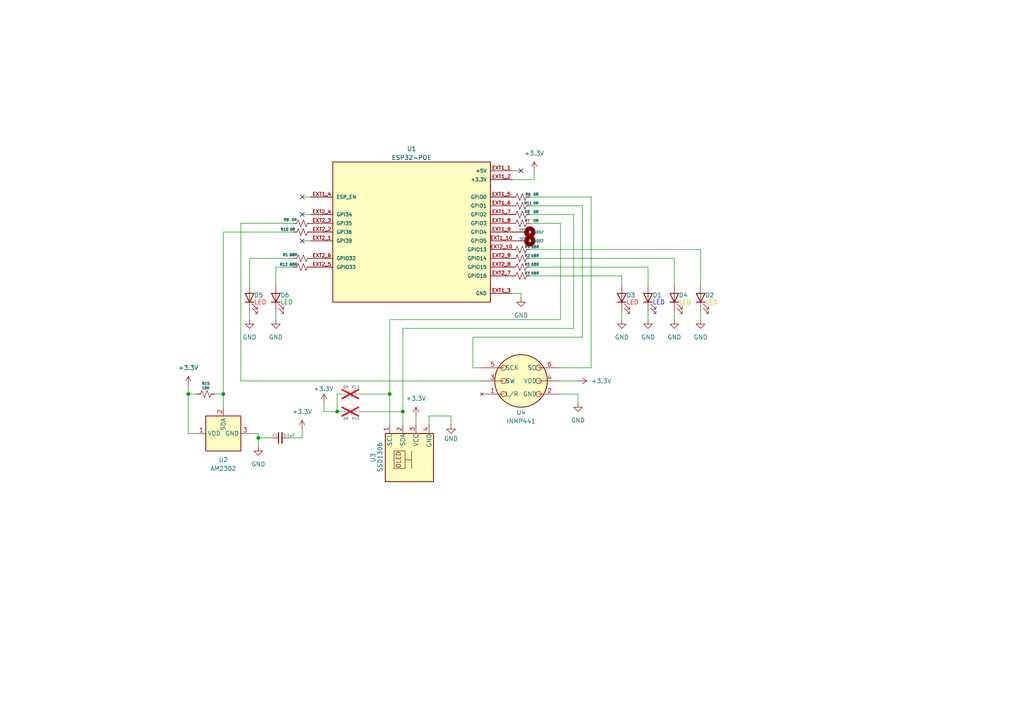
<source format=kicad_sch>
(kicad_sch (version 20250114) (generator "eeschema") (generator_version "9.0")
  (paper "A4")
  (lib_symbols
    (symbol "Custom_Parts:5002" (pin_names (offset 1.016))
      (property "Reference" "TP" (at 1.016 -0.762 0))
      (property "Value" "5002" (at 4.318 -0.508 0))
      (symbol "5002_0_0"
        (circle (center 0 0) (radius 0.381) (stroke (width 1.27)))
      )
      (symbol "5002_1_0"
        (pin passive line (at -5.08 0 0) (length 5.08) (name "~") (number "TP"))
      )
    )
    (symbol "Custom_Parts:ESP32-POE" (pin_names (offset 1.016))
      (property "Reference" "U1" (at 0 25.4 0))
      (property "Value" "ESP32-POE" (at 0 22.86 0))
      (symbol "ESP32-POE_0_0"
        (rectangle (start -22.86 20.32) (end 22.86 -20.32) (stroke (width 0.254)) (fill (type background)))
        (pin input line (at -29.21 10.16 0) (length 6.35) (name "ESP_EN") (number "EXT1_4"))
        (pin input line (at -29.21 2.54 0) (length 6.35) (name "GPI35") (number "EXT2_3"))
        (pin input line (at -29.21 -2.54 0) (length 6.35) (name "GPI39") (number "EXT2_1"))
        (pin bidirectional line (at -29.21 -7.62 0) (length 6.35) (name "GPIO32") (number "EXT2_6"))
        (pin bidirectional line (at -29.21 -10.16 0) (length 6.35) (name "GPIO33") (number "EXT2_5"))
        (pin power_in line (at 29.21 17.78 180) (length 6.35) (name "+5V") (number "EXT1_1"))
        (pin power_in line (at 29.21 15.24 180) (length 6.35) (name "+3.3V") (number "EXT1_2"))
        (pin power_in line (at 29.21 -17.78 180) (length 6.35) (name "GND") (number "EXT1_3"))
      )
      (symbol "ESP32-POE_1_0"
        (pin input line (at -29.21 5.08 0) (length 6.35) (name "GPI34") (number "EXT2_4"))
        (pin input line (at -29.21 0 0) (length 6.35) (name "GPI36") (number "EXT2_2"))
        (pin bidirectional line (at 29.21 10.16 180) (length 6.35) (name "GPIO0") (number "EXT1_5"))
        (pin bidirectional line (at 29.21 7.62 180) (length 6.35) (name "GPIO1") (number "EXT1_6"))
        (pin bidirectional line (at 29.21 5.08 180) (length 6.35) (name "GPIO2") (number "EXT1_7"))
        (pin bidirectional line (at 29.21 2.54 180) (length 6.35) (name "GPIO3") (number "EXT1_8"))
        (pin bidirectional line (at 29.21 0 180) (length 6.35) (name "GPIO4") (number "EXT1_9"))
        (pin bidirectional line (at 29.21 -2.54 180) (length 6.35) (name "GPIO5") (number "EXT1_10"))
        (pin bidirectional line (at 29.21 -5.08 180) (length 6.35) (name "GPIO13") (number "EXT2_10"))
        (pin bidirectional line (at 29.21 -7.62 180) (length 6.35) (name "GPIO14") (number "EXT2_9"))
        (pin bidirectional line (at 29.21 -10.16 180) (length 6.35) (name "GPIO15") (number "EXT2_8"))
        (pin bidirectional line (at 29.21 -12.7 180) (length 6.35) (name "GPIO16") (number "EXT2_7"))
      )
    )
    (symbol "Custom_Parts:INMP441"
      (property "Reference" "U" (at 0 0 0))
      (property "Value" "INMP441" (at 0 0 0))
      (symbol "INMP441_0_1"
        (circle (center -3.81 5.08) (radius 0.762))
        (circle (center -3.81 -5.08) (radius 0.762))
        (circle (center 0 5.08) (radius 0.762))
        (circle (center 0 0) (radius 7.62) (stroke (width 0.254)) (fill (type background)))
        (circle (center 0 -5.08) (radius 0.762))
        (circle (center 3.81 5.08) (radius 0.762))
        (circle (center 3.81 -5.08) (radius 0.762))
      )
      (symbol "INMP441_1_1"
        (pin power_in line (at -3.81 11.43 270) (length 6.35) (name "GND") (number "2"))
        (pin no_connect line (at -3.81 -11.43 90) (length 6.35) (name "L/R") (number "1"))
        (pin power_in line (at 0 11.43 270) (length 6.35) (name "VDD") (number "4"))
        (pin input line (at 0 -11.43 90) (length 6.35) (name "SW") (number "3"))
        (pin input line (at 3.81 11.43 270) (length 6.35) (name "SO") (number "6"))
        (pin input line (at 3.81 -11.43 90) (length 6.35) (name "SCK") (number "5"))
      )
    )
    (symbol "Custom_Parts:SSD1306" (pin_names (offset 0.0254))
      (property "Reference" "U" (at -1.27 -7.62 0))
      (property "Value" "SSD1306" (at -0.508 -9.398 0))
      (symbol "SSD1306_0_0"
        (rectangle (start -7.62 7.62) (end 6.35 -6.35) (stroke (width 0.254)) (fill (type background)))
      )
      (symbol "SSD1306_0_1"
        (polyline (pts (xy -1.27 0) (xy 0.635 0) (xy 0.635 2.54) (xy 3.81 2.54) (xy 3.81 -2.54) (xy 0.635 -2.54) (xy 0.635 0)))
        (polyline (pts (xy -1.27 -2.54) (xy -1.27 2.54)))
      )
      (symbol "SSD1306_1_1"
        (text "OLED" (at 2.54 0 900) (effects (font (size 1.27 1.27))))
        (pin power_in line (at -6.35 10.16 270) (length 2.54) (name "GND") (number "4"))
        (pin power_in line (at -2.54 10.16 270) (length 2.54) (name "VCC") (number "3"))
        (pin input line (at 1.27 10.16 270) (length 2.54) (name "SDA") (number "2"))
        (pin input line (at 5.08 10.16 270) (length 2.54) (name "SCL") (number "1"))
      )
    )
    (symbol "Device:C_Small" (pin_numbers (hide yes)) (pin_names (offset 0.254) (hide yes))
      (property "Reference" "C" (at 0.254 1.778 0))
      (property "Value" "C_Small" (at 0.254 -2.032 0))
      (symbol "C_Small_0_1"
        (polyline (pts (xy -1.524 0.508) (xy 1.524 0.508)) (stroke (width 0.3048)))
        (polyline (pts (xy -1.524 -0.508) (xy 1.524 -0.508)) (stroke (width 0.3302)))
      )
      (symbol "C_Small_1_1"
        (pin passive line (at 0 2.54 270) (length 2.032) (name "~") (number "1"))
        (pin passive line (at 0 -2.54 90) (length 2.032) (name "~") (number "2"))
      )
    )
    (symbol "Device:LED" (pin_numbers (hide yes)) (pin_names (offset 1.016) (hide yes))
      (property "Reference" "D" (at 0 2.54 0))
      (property "Value" "LED" (at 0 -2.54 0))
      (symbol "LED_0_1"
        (polyline (pts (xy -3.048 -0.762) (xy -4.572 -2.286) (xy -3.81 -2.286) (xy -4.572 -2.286) (xy -4.572 -1.524)))
        (polyline (pts (xy -1.778 -0.762) (xy -3.302 -2.286) (xy -2.54 -2.286) (xy -3.302 -2.286) (xy -3.302 -1.524)))
        (polyline (pts (xy -1.27 0) (xy 1.27 0)))
        (polyline (pts (xy -1.27 -1.27) (xy -1.27 1.27)) (stroke (width 0.254)))
        (polyline (pts (xy 1.27 -1.27) (xy 1.27 1.27) (xy -1.27 0) (xy 1.27 -1.27)) (stroke (width 0.254)))
      )
      (symbol "LED_1_1"
        (pin passive line (at -3.81 0 0) (length 2.54) (name "C") (number "C"))
        (pin passive line (at 3.81 0 180) (length 2.54) (name "A") (number "A"))
      )
    )
    (symbol "Device:R_Small_US" (pin_numbers (hide yes)) (pin_names (offset 0.254) (hide yes))
      (property "Reference" "R" (at -1.27 1.778 0))
      (property "Value" "R_Small_US" (at 0 1.778 0))
      (symbol "R_Small_US_1_1"
        (polyline (pts (xy 0 0) (xy -0.381 -1.016) (xy -0.762 0) (xy -1.143 1.016) (xy -1.524 0)))
        (polyline (pts (xy 1.524 0) (xy 1.143 -1.016) (xy 0.762 0) (xy 0.381 1.016) (xy 0 0)))
        (pin passive line (at -2.54 0 0) (length 1.016) (name "~") (number "2"))
        (pin passive line (at 2.54 0 180) (length 1.016) (name "~") (number "1"))
      )
    )
    (symbol "Sensor:AM2302"
      (property "Reference" "U" (at -3.81 6.35 0))
      (property "Value" "AM2302" (at 3.81 6.35 0))
      (symbol "AM2302_0_1"
        (rectangle (start -5.08 5.08) (end 5.08 -5.08) (stroke (width 0.254)) (fill (type background)))
      )
      (symbol "AM2302_1_1"
        (pin power_in line (at 0 7.62 270) (length 2.54) (name "VDD") (number "1"))
        (pin power_in line (at 0 -7.62 90) (length 2.54) (name "GND") (number "3"))
        (pin passive line (at 0 -7.62 90) (length 2.54) (hide yes) (name "GND") (number "4"))
        (pin bidirectional line (at 7.62 0 180) (length 2.54) (name "SDA") (number "2"))
      )
    )
    (symbol "power:+3.3V" (power) (pin_numbers (hide yes)) (pin_names (offset 0) (hide yes))
      (property "Value" "+3.3V" (at 0 3.556 0))
      (symbol "+3.3V_0_1"
        (polyline (pts (xy -0.762 1.27) (xy 0 2.54)))
        (polyline (pts (xy 0 2.54) (xy 0.762 1.27)))
        (polyline (pts (xy 0 0) (xy 0 2.54)))
      )
      (symbol "+3.3V_1_1"
        (pin power_in line (at 0 0 90) (length 0) (name "~") (number "1"))
      )
    )
    (symbol "power:GND" (power) (pin_numbers (hide yes)) (pin_names (offset 0) (hide yes))
      (property "Value" "GND" (at 0 -3.81 0))
      (symbol "GND_0_1"
        (polyline (pts (xy 0 0) (xy 0 -1.27) (xy 1.27 -1.27) (xy 0 -2.54) (xy -1.27 -1.27) (xy 0 -1.27)))
      )
      (symbol "GND_1_1"
        (pin power_in line (at 0 0 270) (length 0) (name "~") (number "1"))
      )
    )
  )
  (junction (at 116.84 119.38))
  (junction (at 113.03 114.3))
  (junction (at 64.77 114.3))
  (junction (at 74.93 127))
  (junction (at 97.79 119.38))
  (junction (at 54.61 114.3))
  (no_connect (at 87.63 57.15))
  (no_connect (at 87.63 69.85))
  (no_connect (at 151.13 49.53))
  (no_connect (at 87.63 62.23))
  (wire (pts (xy 97.79 119.38) (xy 99.06 119.38)))
  (wire (pts (xy 167.64 114.3) (xy 167.64 116.84)))
  (wire (pts (xy 137.16 97.79) (xy 137.16 106.68)))
  (wire (pts (xy 72.39 90.17) (xy 72.39 92.71)))
  (wire (pts (xy 99.06 114.3) (xy 97.79 114.3)))
  (wire (pts (xy 162.56 110.49) (xy 167.64 110.49)))
  (wire (pts (xy 64.77 67.31) (xy 64.77 114.3)))
  (wire (pts (xy 166.37 95.25) (xy 116.84 95.25)))
  (wire (pts (xy 153.67 77.47) (xy 187.96 77.47)))
  (wire (pts (xy 74.93 125.73) (xy 74.93 127)))
  (wire (pts (xy 180.34 90.17) (xy 180.34 92.71)))
  (wire (pts (xy 85.09 77.47) (xy 80.01 77.47)))
  (wire (pts (xy 148.59 52.07) (xy 154.94 52.07)))
  (wire (pts (xy 195.58 74.93) (xy 195.58 82.55)))
  (wire (pts (xy 153.67 64.77) (xy 162.56 64.77)))
  (wire (pts (xy 87.63 62.23) (xy 90.17 62.23)))
  (wire (pts (xy 124.46 120.65) (xy 124.46 123.19)))
  (wire (pts (xy 80.01 90.17) (xy 80.01 92.71)))
  (wire (pts (xy 153.67 57.15) (xy 171.45 57.15)))
  (wire (pts (xy 203.2 72.39) (xy 203.2 82.55)))
  (wire (pts (xy 168.91 59.69) (xy 168.91 97.79)))
  (wire (pts (xy 187.96 90.17) (xy 187.96 92.71)))
  (wire (pts (xy 113.03 92.71) (xy 162.56 92.71)))
  (wire (pts (xy 72.39 125.73) (xy 74.93 125.73)))
  (wire (pts (xy 153.67 74.93) (xy 195.58 74.93)))
  (wire (pts (xy 203.2 90.17) (xy 203.2 92.71)))
  (wire (pts (xy 74.93 127) (xy 78.74 127)))
  (wire (pts (xy 85.09 74.93) (xy 72.39 74.93)))
  (wire (pts (xy 153.67 62.23) (xy 166.37 62.23)))
  (wire (pts (xy 62.23 114.3) (xy 64.77 114.3)))
  (wire (pts (xy 87.63 69.85) (xy 90.17 69.85)))
  (wire (pts (xy 154.94 49.53) (xy 154.94 52.07)))
  (wire (pts (xy 130.81 120.65) (xy 124.46 120.65)))
  (wire (pts (xy 116.84 119.38) (xy 104.14 119.38)))
  (wire (pts (xy 187.96 77.47) (xy 187.96 82.55)))
  (wire (pts (xy 80.01 77.47) (xy 80.01 82.55)))
  (wire (pts (xy 54.61 114.3) (xy 57.15 114.3)))
  (wire (pts (xy 166.37 62.23) (xy 166.37 95.25)))
  (wire (pts (xy 69.85 64.77) (xy 69.85 110.49)))
  (wire (pts (xy 168.91 59.69) (xy 153.67 59.69)))
  (wire (pts (xy 97.79 119.38) (xy 93.98 119.38)))
  (wire (pts (xy 97.79 114.3) (xy 97.79 119.38)))
  (wire (pts (xy 148.59 85.09) (xy 151.13 85.09)))
  (wire (pts (xy 72.39 74.93) (xy 72.39 82.55)))
  (wire (pts (xy 137.16 106.68) (xy 139.7 106.68)))
  (wire (pts (xy 168.91 97.79) (xy 137.16 97.79)))
  (wire (pts (xy 113.03 114.3) (xy 113.03 92.71)))
  (wire (pts (xy 130.81 123.19) (xy 130.81 120.65)))
  (wire (pts (xy 74.93 127) (xy 74.93 129.54)))
  (wire (pts (xy 85.09 64.77) (xy 69.85 64.77)))
  (wire (pts (xy 87.63 127) (xy 83.82 127)))
  (wire (pts (xy 54.61 114.3) (xy 54.61 125.73)))
  (wire (pts (xy 162.56 92.71) (xy 162.56 64.77)))
  (wire (pts (xy 162.56 114.3) (xy 167.64 114.3)))
  (wire (pts (xy 120.65 120.65) (xy 120.65 123.19)))
  (wire (pts (xy 113.03 114.3) (xy 113.03 123.19)))
  (wire (pts (xy 116.84 119.38) (xy 116.84 123.19)))
  (wire (pts (xy 195.58 90.17) (xy 195.58 92.71)))
  (wire (pts (xy 87.63 127) (xy 87.63 124.46)))
  (wire (pts (xy 151.13 85.09) (xy 151.13 86.36)))
  (wire (pts (xy 85.09 67.31) (xy 64.77 67.31)))
  (wire (pts (xy 113.03 114.3) (xy 104.14 114.3)))
  (wire (pts (xy 57.15 125.73) (xy 54.61 125.73)))
  (wire (pts (xy 148.59 49.53) (xy 151.13 49.53)))
  (wire (pts (xy 64.77 114.3) (xy 64.77 118.11)))
  (wire (pts (xy 87.63 57.15) (xy 90.17 57.15)))
  (wire (pts (xy 153.67 80.01) (xy 180.34 80.01)))
  (wire (pts (xy 93.98 119.38) (xy 93.98 116.84)))
  (wire (pts (xy 180.34 80.01) (xy 180.34 82.55)))
  (wire (pts (xy 153.67 72.39) (xy 203.2 72.39)))
  (wire (pts (xy 69.85 110.49) (xy 139.7 110.49)))
  (wire (pts (xy 54.61 111.76) (xy 54.61 114.3)))
  (wire (pts (xy 116.84 95.25) (xy 116.84 119.38)))
  (wire (pts (xy 171.45 57.15) (xy 171.45 106.68)))
  (wire (pts (xy 171.45 106.68) (xy 162.56 106.68)))
  (symbol (lib_id "Device:LED") (at 80.01 86.36 90) (unit 1)
    (property "Reference" "D6" (at 81.28 85.598 90) (effects (justify right)))
    (property "Value" "LED" (at 81.28 87.63 90) (effects (justify right)))
    (property "Footprint" "Custom_Parts:Standard_LED_Throughhole" (effects (hide yes)))
    (property "Description" "Light emitting diode" (effects (hide yes)))
    (property "Sim.Pins" "1=K 2=A" (effects (hide yes)))
  )
  (symbol (lib_id "power:+3.3V") (at 167.64 110.49 270) (unit 1)
    (property "Reference" "#PWR014" (effects (hide yes)))
    (property "Value" "+3.3V" (at 171.45 110.4899 90) (effects (justify left)))
    (property "Description" "Power symbol creates a global label with name \"+3.3V\"" (effects (hide yes)))
  )
  (symbol (lib_id "Device:R_Small_US") (at 151.13 80.01 0) (unit 1)
    (property "Reference" "R3" (at 152.908 79.248 0) (effects (font (size 0.762 0.762))))
    (property "Value" "68R" (at 155.194 79.248 0) (effects (font (size 0.762 0.762))))
    (property "Footprint" "Resistor_SMD:R_0603_1608Metric" (effects (hide yes)))
    (property "Description" "Resistor, small US symbol" (effects (hide yes)))
  )
  (symbol (lib_id "power:+3.3V") (at 87.63 124.46 0) (unit 1)
    (property "Reference" "#PWR016" (effects (hide yes)))
    (property "Value" "+3.3V" (at 87.63 119.38 0))
    (property "Description" "Power symbol creates a global label with name \"+3.3V\"" (effects (hide yes)))
  )
  (symbol (lib_id "Device:R_Small_US") (at 87.63 64.77 0) (unit 1)
    (property "Reference" "R9" (at 83.058 63.754 0) (effects (font (size 0.762 0.762))))
    (property "Value" "0R" (at 85.344 63.754 0) (effects (font (size 0.762 0.762))))
    (property "Footprint" "Resistor_SMD:R_0603_1608Metric" (effects (hide yes)))
    (property "Description" "Resistor, small US symbol" (effects (hide yes)))
  )
  (symbol (lib_id "Device:R_Small_US") (at 101.6 119.38 0) (mirror x) (unit 1) (dnp yes)
    (property "Reference" "R14" (at 103.124 121.412 0) (effects (font (size 0.762 0.762))))
    (property "Value" "0R" (at 100.33 121.412 0) (effects (font (size 0.762 0.762))))
    (property "Footprint" "Resistor_SMD:R_0603_1608Metric" (effects (hide yes)))
    (property "Description" "Resistor, small US symbol" (effects (hide yes)))
  )
  (symbol (lib_id "Device:R_Small_US") (at 87.63 67.31 0) (unit 1)
    (property "Reference" "R10" (at 82.55 66.548 0) (effects (font (size 0.762 0.762))))
    (property "Value" "0R" (at 84.836 66.548 0) (effects (font (size 0.762 0.762))))
    (property "Footprint" "Resistor_SMD:R_0603_1608Metric" (effects (hide yes)))
    (property "Description" "Resistor, small US symbol" (effects (hide yes)))
  )
  (symbol (lib_id "Device:R_Small_US") (at 151.13 64.77 0) (unit 1)
    (property "Reference" "R7" (at 152.908 64.008 0) (effects (font (size 0.762 0.762))))
    (property "Value" "0R" (at 155.448 64.008 0) (effects (font (size 0.762 0.762))))
    (property "Footprint" "Resistor_SMD:R_0603_1608Metric" (effects (hide yes)))
    (property "Description" "Resistor, small US symbol" (effects (hide yes)))
  )
  (symbol (lib_id "Custom_Parts:5002") (at 153.67 69.85 0) (unit 1)
    (property "Reference" "TP1" (at 151.638 69.342 0) (effects (font (size 0.762 0.762) (thickness 0.0953))))
    (property "Value" "5002" (at 156.21 69.85 0) (effects (font (size 0.762 0.762) (thickness 0.0953))))
    (property "Footprint" "Custom_Parts:5002" (effects (hide yes)))
    (property "Description" "TestPoint" (effects (hide yes)))
    (property "PARTREV" "H" (effects (hide yes)))
    (property "STANDARD" "Manufacturer Recommendations" (effects (hide yes)))
    (property "SNAPEDA_PN" "5000" (effects (hide yes)))
    (property "MAXIMUM_PACKAGE_HEIGHT" "4.57 mm" (effects (hide yes)))
    (property "MANUFACTURER" "Keystone" (effects (hide yes)))
  )
  (symbol (lib_id "power:GND") (at 180.34 92.71 0) (unit 1)
    (property "Reference" "#PWR05" (effects (hide yes)))
    (property "Value" "GND" (at 180.34 97.79 0))
    (property "Description" "Power symbol creates a global label with name \"GND\" , ground" (effects (hide yes)))
  )
  (symbol (lib_id "Device:LED") (at 180.34 86.36 90) (unit 1)
    (property "Reference" "D3" (at 181.61 85.598 90) (effects (justify right)))
    (property "Value" "LED" (at 181.61 87.63 90) (effects (justify right)))
    (property "Footprint" "Custom_Parts:Standard_LED_Throughhole" (effects (hide yes)))
    (property "Description" "Light emitting diode" (effects (hide yes)))
    (property "Sim.Pins" "1=K 2=A" (effects (hide yes)))
  )
  (symbol (lib_id "power:GND") (at 72.39 92.71 0) (unit 1)
    (property "Reference" "#PWR07" (effects (hide yes)))
    (property "Value" "GND" (at 72.39 97.79 0))
    (property "Description" "Power symbol creates a global label with name \"GND\" , ground" (effects (hide yes)))
  )
  (symbol (lib_id "power:GND") (at 203.2 92.71 0) (unit 1)
    (property "Reference" "#PWR04" (effects (hide yes)))
    (property "Value" "GND" (at 203.2 97.79 0))
    (property "Description" "Power symbol creates a global label with name \"GND\" , ground" (effects (hide yes)))
  )
  (symbol (lib_id "power:GND") (at 187.96 92.71 0) (unit 1)
    (property "Reference" "#PWR02" (effects (hide yes)))
    (property "Value" "GND" (at 187.96 97.79 0))
    (property "Description" "Power symbol creates a global label with name \"GND\" , ground" (effects (hide yes)))
  )
  (symbol (lib_id "power:+3.3V") (at 93.98 116.84 0) (mirror y) (unit 1)
    (property "Reference" "#PWR013" (effects (hide yes)))
    (property "Value" "+3.3V" (at 96.774 112.776 0) (effects (justify left)))
    (property "Description" "Power symbol creates a global label with name \"+3.3V\"" (effects (hide yes)))
  )
  (symbol (lib_id "Device:LED") (at 203.2 86.36 90) (unit 1)
    (property "Reference" "D2" (at 204.47 85.598 90) (effects (justify right)))
    (property "Value" "LED" (at 204.47 87.63 90) (effects (justify right)))
    (property "Footprint" "Custom_Parts:Standard_LED_Throughhole" (effects (hide yes)))
    (property "Description" "Light emitting diode" (effects (hide yes)))
    (property "Sim.Pins" "1=K 2=A" (effects (hide yes)))
  )
  (symbol (lib_id "Device:C_Small") (at 81.28 127 90) (unit 1)
    (property "Reference" "C1" (at 79.756 126.238 90) (effects (font (size 0.762 0.762) (thickness 0.0953))))
    (property "Value" "0.1µF" (at 83.82 126.238 90) (effects (font (size 0.762 0.762) (thickness 0.0953))))
    (property "Footprint" "Capacitor_SMD:C_0603_1608Metric" (effects (hide yes)))
    (property "Description" "Unpolarized capacitor, small symbol" (effects (hide yes)))
  )
  (symbol (lib_id "Device:LED") (at 195.58 86.36 90) (unit 1)
    (property "Reference" "D4" (at 196.85 85.598 90) (effects (justify right)))
    (property "Value" "LED" (at 196.85 87.63 90) (effects (justify right)))
    (property "Footprint" "Custom_Parts:Standard_LED_Throughhole" (effects (hide yes)))
    (property "Description" "Light emitting diode" (effects (hide yes)))
    (property "Sim.Pins" "1=K 2=A" (effects (hide yes)))
  )
  (symbol (lib_id "Device:R_Small_US") (at 151.13 62.23 0) (unit 1)
    (property "Reference" "R8" (at 152.908 61.468 0) (effects (font (size 0.762 0.762))))
    (property "Value" "0R" (at 155.448 61.468 0) (effects (font (size 0.762 0.762))))
    (property "Footprint" "Resistor_SMD:R_0603_1608Metric" (effects (hide yes)))
    (property "Description" "Resistor, small US symbol" (effects (hide yes)))
  )
  (symbol (lib_id "Device:R_Small_US") (at 59.69 114.3 0) (unit 1)
    (property "Reference" "R15" (at 59.69 111.252 0) (effects (font (size 0.762 0.762))))
    (property "Value" "10K" (at 59.69 112.522 0) (effects (font (size 0.762 0.762))))
    (property "Footprint" "Resistor_SMD:R_0603_1608Metric" (effects (hide yes)))
    (property "Description" "Resistor, small US symbol" (effects (hide yes)))
  )
  (symbol (lib_id "Device:R_Small_US") (at 101.6 114.3 0) (mirror x) (unit 1) (dnp yes)
    (property "Reference" "R13" (at 103.124 112.268 0) (effects (font (size 0.762 0.762))))
    (property "Value" "0R" (at 100.33 112.268 0) (effects (font (size 0.762 0.762))))
    (property "Footprint" "Resistor_SMD:R_0603_1608Metric" (effects (hide yes)))
    (property "Description" "Resistor, small US symbol" (effects (hide yes)))
  )
  (symbol (lib_id "Device:R_Small_US") (at 87.63 77.47 0) (unit 1)
    (property "Reference" "R12" (at 82.296 76.708 0) (effects (font (size 0.762 0.762))))
    (property "Value" "68R" (at 85.09 76.708 0) (effects (font (size 0.762 0.762))))
    (property "Footprint" "Resistor_SMD:R_0603_1608Metric" (effects (hide yes)))
    (property "Description" "Resistor, small US symbol" (effects (hide yes)))
  )
  (symbol (lib_id "Device:R_Small_US") (at 151.13 57.15 0) (unit 1)
    (property "Reference" "R6" (at 153.162 56.388 0) (effects (font (size 0.762 0.762))))
    (property "Value" "0R" (at 155.448 56.388 0) (effects (font (size 0.762 0.762))))
    (property "Footprint" "Resistor_SMD:R_0603_1608Metric" (effects (hide yes)))
    (property "Description" "Resistor, small US symbol" (effects (hide yes)))
  )
  (symbol (lib_id "Custom_Parts:ESP32-POE") (at 119.38 67.31 0) (unit 1)
    (property "Reference" "U1" (at 119.38 43.18 0))
    (property "Value" "ESP32-POE" (at 119.38 45.72 0))
    (property "Footprint" "Custom_Parts:ESP32-POE" (effects (hide yes)))
    (property "Description" "ESP32-POE module" (effects (hide yes)))
    (property "MF" "Olimex LTD" (effects (hide yes)))
    (property "MAXIMUM_PACKAGE_HEIGHT" "N/A" (effects (hide yes)))
    (property "Package" "Package" (effects (hide yes)))
    (property "Price" "None" (effects (hide yes)))
    (property "Check_prices" "https://www.snapeda.com/parts/ESP32-POE/Olimex/view-part/?ref=eda" (effects (hide yes)))
    (property "STANDARD" "Manufacturer Recommendations" (effects (hide yes)))
    (property "PARTREV" "L1" (effects (hide yes)))
    (property "SnapEDA_Link" "https://www.snapeda.com/parts/ESP32-POE/Olimex/view-part/?ref=snap" (effects (hide yes)))
    (property "MP" "ESP32-POE" (effects (hide yes)))
    (property "Description_1" "ESP32-WROOM32 ESP32 Transceiver; 802.11 b/g/n (Wi-Fi, WiFi, WLAN), Bluetooth® Smart 4.x Low Energy (BLE) 2.4GHz Evaluation Board" (effects (hide yes)))
    (property "Availability" "In Stock" (effects (hide yes)))
    (property "MANUFACTURER" "Olimex LTD" (effects (hide yes)))
  )
  (symbol (lib_id "Device:R_Small_US") (at 151.13 72.39 0) (unit 1)
    (property "Reference" "R4" (at 152.908 71.628 0) (effects (font (size 0.762 0.762))))
    (property "Value" "68R" (at 155.194 71.628 0) (effects (font (size 0.762 0.762))))
    (property "Footprint" "Resistor_SMD:R_0603_1608Metric" (effects (hide yes)))
    (property "Description" "Resistor, small US symbol" (effects (hide yes)))
  )
  (symbol (lib_id "Device:R_Small_US") (at 151.13 74.93 0) (unit 1)
    (property "Reference" "R2" (at 152.908 74.168 0) (effects (font (size 0.762 0.762))))
    (property "Value" "68R" (at 155.194 74.168 0) (effects (font (size 0.762 0.762))))
    (property "Footprint" "Resistor_SMD:R_0603_1608Metric" (effects (hide yes)))
    (property "Description" "Resistor, small US symbol" (effects (hide yes)))
  )
  (symbol (lib_id "Sensor:AM2302") (at 64.77 125.73 90) (unit 1)
    (property "Reference" "U2" (at 64.77 133.35 90))
    (property "Value" "AM2302" (at 64.77 135.89 90))
    (property "Footprint" "Sensor:ASAIR_AM2302_P2.54mm_Lead2.75mm_TabDown" (effects (hide yes)))
    (property "Datasheet" "http://akizukidenshi.com/download/ds/aosong/AM2302.pdf" (effects (hide yes)))
    (property "Description" "3.3 to 5.0V, Temperature and humidity module,  DHT22, AM2302" (effects (hide yes)))
  )
  (symbol (lib_id "power:+3.3V") (at 154.94 49.53 0) (unit 1)
    (property "Reference" "#PWR010" (effects (hide yes)))
    (property "Value" "+3.3V" (at 154.94 44.45 0))
    (property "Description" "Power symbol creates a global label with name \"+3.3V\"" (effects (hide yes)))
  )
  (symbol (lib_id "power:GND") (at 130.81 123.19 0) (mirror y) (unit 1)
    (property "Reference" "#PWR012" (effects (hide yes)))
    (property "Value" "GND" (at 130.81 127.254 0))
    (property "Description" "Power symbol creates a global label with name \"GND\" , ground" (effects (hide yes)))
  )
  (symbol (lib_id "Device:R_Small_US") (at 87.63 74.93 0) (unit 1)
    (property "Reference" "R1" (at 82.804 73.914 0) (effects (font (size 0.762 0.762))))
    (property "Value" "68R" (at 85.09 73.914 0) (effects (font (size 0.762 0.762))))
    (property "Footprint" "Resistor_SMD:R_0603_1608Metric" (effects (hide yes)))
    (property "Description" "Resistor, small US symbol" (effects (hide yes)))
  )
  (symbol (lib_id "power:GND") (at 151.13 86.36 0) (unit 1)
    (property "Reference" "#PWR011" (effects (hide yes)))
    (property "Value" "GND" (at 151.13 91.44 0))
    (property "Description" "Power symbol creates a global label with name \"GND\" , ground" (effects (hide yes)))
  )
  (symbol (lib_id "Custom_Parts:5002") (at 153.67 67.31 0) (unit 1)
    (property "Reference" "TP2" (at 151.638 66.802 0) (effects (font (size 0.762 0.762) (thickness 0.0953))))
    (property "Value" "5002" (at 156.21 67.31 0) (effects (font (size 0.762 0.762) (thickness 0.0953))))
    (property "Footprint" "Custom_Parts:5002" (effects (hide yes)))
    (property "Description" "TestPoint" (effects (hide yes)))
    (property "PARTREV" "H" (effects (hide yes)))
    (property "STANDARD" "Manufacturer Recommendations" (effects (hide yes)))
    (property "SNAPEDA_PN" "5000" (effects (hide yes)))
    (property "MAXIMUM_PACKAGE_HEIGHT" "4.57 mm" (effects (hide yes)))
    (property "MANUFACTURER" "Keystone" (effects (hide yes)))
  )
  (symbol (lib_id "power:+3.3V") (at 54.61 111.76 0) (unit 1)
    (property "Reference" "#PWR01" (effects (hide yes)))
    (property "Value" "+3.3V" (at 54.61 106.68 0))
    (property "Description" "Power symbol creates a global label with name \"+3.3V\"" (effects (hide yes)))
  )
  (symbol (lib_id "Device:LED") (at 72.39 86.36 90) (unit 1)
    (property "Reference" "D5" (at 73.66 85.598 90) (effects (justify right)))
    (property "Value" "LED" (at 73.66 87.63 90) (effects (justify right)))
    (property "Footprint" "Custom_Parts:Standard_LED_Throughhole" (effects (hide yes)))
    (property "Description" "Light emitting diode" (effects (hide yes)))
    (property "Sim.Pins" "1=K 2=A" (effects (hide yes)))
  )
  (symbol (lib_id "Device:LED") (at 187.96 86.36 90) (unit 1)
    (property "Reference" "D1" (at 189.23 85.598 90) (effects (justify right)))
    (property "Value" "LED" (at 189.23 87.63 90) (effects (justify right)))
    (property "Footprint" "Custom_Parts:Standard_LED_Throughhole" (effects (hide yes)))
    (property "Description" "Light emitting diode" (effects (hide yes)))
    (property "Sim.Pins" "1=K 2=A" (effects (hide yes)))
  )
  (symbol (lib_id "power:GND") (at 74.93 129.54 0) (unit 1)
    (property "Reference" "#PWR03" (effects (hide yes)))
    (property "Value" "GND" (at 74.93 134.62 0))
    (property "Description" "Power symbol creates a global label with name \"GND\" , ground" (effects (hide yes)))
  )
  (symbol (lib_id "power:GND") (at 195.58 92.71 0) (unit 1)
    (property "Reference" "#PWR06" (effects (hide yes)))
    (property "Value" "GND" (at 195.58 97.79 0))
    (property "Description" "Power symbol creates a global label with name \"GND\" , ground" (effects (hide yes)))
  )
  (symbol (lib_id "Custom_Parts:INMP441") (at 151.13 110.49 270) (mirror x) (unit 1)
    (property "Reference" "U4" (at 151.13 119.634 90))
    (property "Value" "INMP441" (at 151.13 122.174 90))
    (property "Footprint" "Custom_Parts:INMP441" (effects (hide yes)))
    (property "Description" "Omnidirectional Microphone I2S" (effects (hide yes)))
  )
  (symbol (lib_id "power:GND") (at 80.01 92.71 0) (unit 1)
    (property "Reference" "#PWR08" (effects (hide yes)))
    (property "Value" "GND" (at 80.01 97.79 0))
    (property "Description" "Power symbol creates a global label with name \"GND\" , ground" (effects (hide yes)))
  )
  (symbol (lib_id "power:GND") (at 167.64 116.84 0) (unit 1)
    (property "Reference" "#PWR015" (effects (hide yes)))
    (property "Value" "GND" (at 167.64 121.92 0))
    (property "Description" "Power symbol creates a global label with name \"GND\" , ground" (effects (hide yes)))
  )
  (symbol (lib_id "Device:R_Small_US") (at 151.13 77.47 0) (unit 1)
    (property "Reference" "R5" (at 152.908 76.708 0) (effects (font (size 0.762 0.762))))
    (property "Value" "68R" (at 155.194 76.708 0) (effects (font (size 0.762 0.762))))
    (property "Footprint" "Resistor_SMD:R_0603_1608Metric" (effects (hide yes)))
    (property "Description" "Resistor, small US symbol" (effects (hide yes)))
  )
  (symbol (lib_id "Device:R_Small_US") (at 151.13 59.69 0) (unit 1)
    (property "Reference" "R11" (at 153.162 58.928 0) (effects (font (size 0.762 0.762))))
    (property "Value" "0R" (at 155.448 58.928 0) (effects (font (size 0.762 0.762))))
    (property "Footprint" "Resistor_SMD:R_0603_1608Metric" (effects (hide yes)))
    (property "Description" "Resistor, small US symbol" (effects (hide yes)))
  )
  (symbol (lib_id "Custom_Parts:SSD1306") (at 118.11 133.35 0) (mirror y) (unit 1)
    (property "Reference" "U3" (at 108.204 134.112 90) (effects (justify left)))
    (property "Value" "SSD1306" (at 110.236 132.588 90))
    (property "Footprint" "Custom_Parts:SSD1306" (effects (hide yes)))
    (property "Description" "0.96 in OLED I2C IIC Display" (effects (hide yes)))
  )
  (symbol (lib_id "power:+3.3V") (at 120.65 120.65 0) (mirror y) (unit 1)
    (property "Reference" "#PWR09" (effects (hide yes)))
    (property "Value" "+3.3V" (at 120.65 115.57 0))
    (property "Description" "Power symbol creates a global label with name \"+3.3V\"" (effects (hide yes)))
  )
)
</source>
